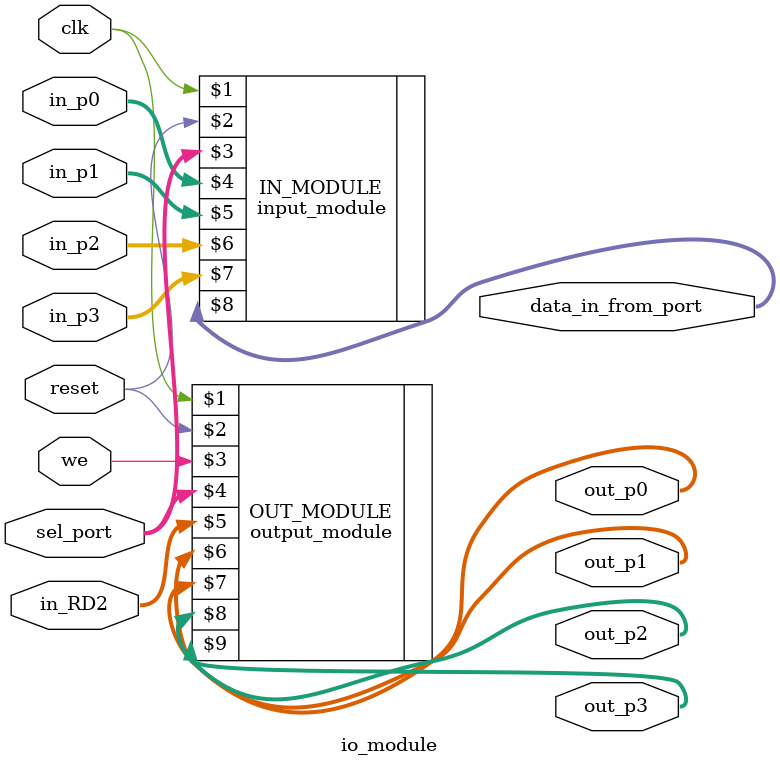
<source format=v>
`timescale 1 ns / 10 ps

module io_module ( input wire clk, reset, we, input wire [1:0] sel_port, input wire [7:0] in_p0, in_p1, in_p2, in_p3, in_RD2, output wire [7:0] out_p0, out_p1, out_p2, out_p3, data_in_from_port );

   
    input_module IN_MODULE(clk, reset, sel_port, in_p0, in_p1, in_p2, in_p3, data_in_from_port);

    output_module OUT_MODULE(clk, reset, we, sel_port, in_RD2, out_p0, out_p1, out_p2, out_p3);


    
endmodule
</source>
